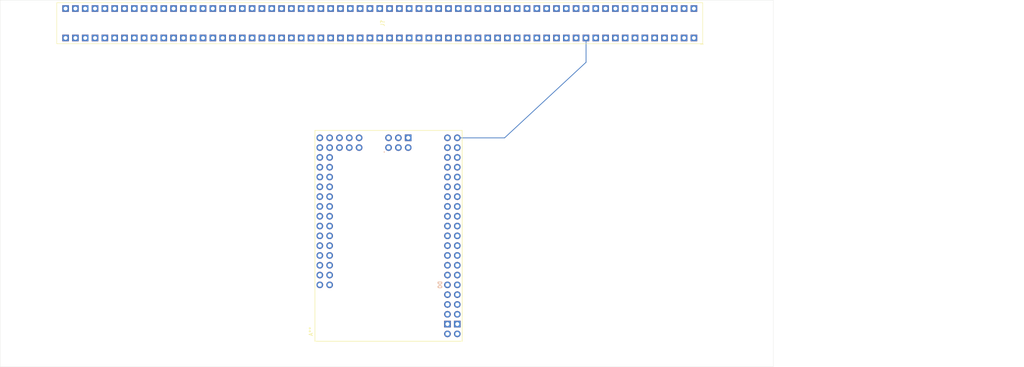
<source format=kicad_pcb>
(kicad_pcb (version 20240108) (generator "pcbnew") (generator_version "8.0")
  (layers (0 "F.Cu" signal) (31 "B.Cu" signal) (34 "B.Paste" user) (35 "F.Paste" user) (36 "B.SilkS" user "B.Silkscreen") (37 "F.SilkS" user "F.Silkscreen") (38 "B.Mask" user) (39 "F.Mask" user) (44 "Edge.Cuts" user))
  (net 0 "")
  (footprint "Loc_circuit:PinSocket_2x65_P2.54mm_Row7.62mm" (layer "F.Cu") (at 229.5 56 90)
    (property "Reference" "J?" (at 0 -80.55 90) (layer "F.SilkS"))
    (property "Value" "PinSocket_2x65")
    (fp_line (start -5.31 -164.83) (end 5.31 -164.83) (stroke (width 0.12)) (layer "F.SilkS"))
    (fp_line (start 5.31 2.27) (end 5.31 -164.83) (stroke (width 0.12)) (layer "F.SilkS"))
    (fp_line (start -5.31 2.27) (end -5.31 -164.83) (stroke (width 0.12)) (layer "F.SilkS"))
    (fp_line (start -5.31 2.27) (end 5.31 2.27) (stroke (width 0.12)) (layer "F.SilkS"))
    (fp_line (start -5.41 2.47) (end -5.41 1.67) (stroke (width 0.12)) (layer "F.SilkS"))
    (pad "000" thru_hole rect (at -3.81 0 90) (size 1.7 1.7) (drill 1) (layers "*.Cu" "*.Mask"))
    (pad "001" thru_hole rect (at 3.81 0 90) (size 1.7 1.7) (drill 1) (layers "*.Cu" "*.Mask"))
    (pad "002" thru_hole rect (at -3.81 -2.54 90) (size 1.7 1.7) (drill 1) (layers "*.Cu" "*.Mask"))
    (pad "003" thru_hole rect (at 3.81 -2.54 90) (size 1.7 1.7) (drill 1) (layers "*.Cu" "*.Mask"))
    (pad "004" thru_hole rect (at -3.81 -5.08 90) (size 1.7 1.7) (drill 1) (layers "*.Cu" "*.Mask"))
    (pad "005" thru_hole rect (at 3.81 -5.08 90) (size 1.7 1.7) (drill 1) (layers "*.Cu" "*.Mask"))
    (pad "006" thru_hole rect (at -3.81 -7.62 90) (size 1.7 1.7) (drill 1) (layers "*.Cu" "*.Mask"))
    (pad "007" thru_hole rect (at 3.81 -7.62 90) (size 1.7 1.7) (drill 1) (layers "*.Cu" "*.Mask"))
    (pad "008" thru_hole rect (at -3.81 -10.16 90) (size 1.7 1.7) (drill 1) (layers "*.Cu" "*.Mask"))
    (pad "009" thru_hole rect (at 3.81 -10.16 90) (size 1.7 1.7) (drill 1) (layers "*.Cu" "*.Mask"))
    (pad "010" thru_hole rect (at -3.81 -12.7 90) (size 1.7 1.7) (drill 1) (layers "*.Cu" "*.Mask"))
    (pad "011" thru_hole rect (at 3.81 -12.7 90) (size 1.7 1.7) (drill 1) (layers "*.Cu" "*.Mask"))
    (pad "012" thru_hole rect (at -3.81 -15.24 90) (size 1.7 1.7) (drill 1) (layers "*.Cu" "*.Mask"))
    (pad "013" thru_hole rect (at 3.81 -15.24 90) (size 1.7 1.7) (drill 1) (layers "*.Cu" "*.Mask"))
    (pad "014" thru_hole rect (at -3.81 -17.78 90) (size 1.7 1.7) (drill 1) (layers "*.Cu" "*.Mask"))
    (pad "015" thru_hole rect (at 3.81 -17.78 90) (size 1.7 1.7) (drill 1) (layers "*.Cu" "*.Mask"))
    (pad "016" thru_hole rect (at -3.81 -20.32 90) (size 1.7 1.7) (drill 1) (layers "*.Cu" "*.Mask"))
    (pad "017" thru_hole rect (at 3.81 -20.32 90) (size 1.7 1.7) (drill 1) (layers "*.Cu" "*.Mask"))
    (pad "018" thru_hole rect (at -3.81 -22.86 90) (size 1.7 1.7) (drill 1) (layers "*.Cu" "*.Mask"))
    (pad "019" thru_hole rect (at 3.81 -22.86 90) (size 1.7 1.7) (drill 1) (layers "*.Cu" "*.Mask"))
    (pad "020" thru_hole rect (at -3.81 -25.4 90) (size 1.7 1.7) (drill 1) (layers "*.Cu" "*.Mask"))
    (pad "021" thru_hole rect (at 3.81 -25.4 90) (size 1.7 1.7) (drill 1) (layers "*.Cu" "*.Mask"))
    (pad "022" thru_hole rect (at -3.81 -27.94 90) (size 1.7 1.7) (drill 1) (layers "*.Cu" "*.Mask"))
    (pad "023" thru_hole rect (at 3.81 -27.94 90) (size 1.7 1.7) (drill 1) (layers "*.Cu" "*.Mask"))
    (pad "024" thru_hole rect (at -3.81 -30.48 90) (size 1.7 1.7) (drill 1) (layers "*.Cu" "*.Mask"))
    (pad "025" thru_hole rect (at 3.81 -30.48 90) (size 1.7 1.7) (drill 1) (layers "*.Cu" "*.Mask"))
    (pad "026" thru_hole rect (at -3.81 -33.02 90) (size 1.7 1.7) (drill 1) (layers "*.Cu" "*.Mask"))
    (pad "027" thru_hole rect (at 3.81 -33.02 90) (size 1.7 1.7) (drill 1) (layers "*.Cu" "*.Mask"))
    (pad "028" thru_hole rect (at -3.81 -35.56 90) (size 1.7 1.7) (drill 1) (layers "*.Cu" "*.Mask"))
    (pad "029" thru_hole rect (at 3.81 -35.56 90) (size 1.7 1.7) (drill 1) (layers "*.Cu" "*.Mask"))
    (pad "030" thru_hole rect (at -3.81 -38.1 90) (size 1.7 1.7) (drill 1) (layers "*.Cu" "*.Mask"))
    (pad "031" thru_hole rect (at 3.81 -38.1 90) (size 1.7 1.7) (drill 1) (layers "*.Cu" "*.Mask"))
    (pad "032" thru_hole rect (at -3.81 -40.64 90) (size 1.7 1.7) (drill 1) (layers "*.Cu" "*.Mask"))
    (pad "033" thru_hole rect (at 3.81 -40.64 90) (size 1.7 1.7) (drill 1) (layers "*.Cu" "*.Mask"))
    (pad "034" thru_hole rect (at -3.81 -43.18 90) (size 1.7 1.7) (drill 1) (layers "*.Cu" "*.Mask"))
    (pad "035" thru_hole rect (at 3.81 -43.18 90) (size 1.7 1.7) (drill 1) (layers "*.Cu" "*.Mask"))
    (pad "036" thru_hole rect (at -3.81 -45.72 90) (size 1.7 1.7) (drill 1) (layers "*.Cu" "*.Mask"))
    (pad "037" thru_hole rect (at 3.81 -45.72 90) (size 1.7 1.7) (drill 1) (layers "*.Cu" "*.Mask"))
    (pad "038" thru_hole rect (at -3.81 -48.26 90) (size 1.7 1.7) (drill 1) (layers "*.Cu" "*.Mask"))
    (pad "039" thru_hole rect (at 3.81 -48.26 90) (size 1.7 1.7) (drill 1) (layers "*.Cu" "*.Mask"))
    (pad "040" thru_hole rect (at -3.81 -50.8 90) (size 1.7 1.7) (drill 1) (layers "*.Cu" "*.Mask"))
    (pad "041" thru_hole rect (at 3.81 -50.8 90) (size 1.7 1.7) (drill 1) (layers "*.Cu" "*.Mask"))
    (pad "042" thru_hole rect (at -3.81 -53.34 90) (size 1.7 1.7) (drill 1) (layers "*.Cu" "*.Mask"))
    (pad "043" thru_hole rect (at 3.81 -53.34 90) (size 1.7 1.7) (drill 1) (layers "*.Cu" "*.Mask"))
    (pad "044" thru_hole rect (at -3.81 -55.88 90) (size 1.7 1.7) (drill 1) (layers "*.Cu" "*.Mask"))
    (pad "045" thru_hole rect (at 3.81 -55.88 90) (size 1.7 1.7) (drill 1) (layers "*.Cu" "*.Mask"))
    (pad "046" thru_hole rect (at -3.81 -58.42 90) (size 1.7 1.7) (drill 1) (layers "*.Cu" "*.Mask"))
    (pad "047" thru_hole rect (at 3.81 -58.42 90) (size 1.7 1.7) (drill 1) (layers "*.Cu" "*.Mask"))
    (pad "048" thru_hole rect (at -3.81 -60.96 90) (size 1.7 1.7) (drill 1) (layers "*.Cu" "*.Mask"))
    (pad "049" thru_hole rect (at 3.81 -60.96 90) (size 1.7 1.7) (drill 1) (layers "*.Cu" "*.Mask"))
    (pad "050" thru_hole rect (at -3.81 -63.5 90) (size 1.7 1.7) (drill 1) (layers "*.Cu" "*.Mask"))
    (pad "051" thru_hole rect (at 3.81 -63.5 90) (size 1.7 1.7) (drill 1) (layers "*.Cu" "*.Mask"))
    (pad "052" thru_hole rect (at -3.81 -66.04 90) (size 1.7 1.7) (drill 1) (layers "*.Cu" "*.Mask"))
    (pad "053" thru_hole rect (at 3.81 -66.04 90) (size 1.7 1.7) (drill 1) (layers "*.Cu" "*.Mask"))
    (pad "054" thru_hole rect (at -3.81 -68.58 90) (size 1.7 1.7) (drill 1) (layers "*.Cu" "*.Mask"))
    (pad "055" thru_hole rect (at 3.81 -68.58 90) (size 1.7 1.7) (drill 1) (layers "*.Cu" "*.Mask"))
    (pad "056" thru_hole rect (at -3.81 -71.12 90) (size 1.7 1.7) (drill 1) (layers "*.Cu" "*.Mask"))
    (pad "057" thru_hole rect (at 3.81 -71.12 90) (size 1.7 1.7) (drill 1) (layers "*.Cu" "*.Mask"))
    (pad "058" thru_hole rect (at -3.81 -73.66 90) (size 1.7 1.7) (drill 1) (layers "*.Cu" "*.Mask"))
    (pad "059" thru_hole rect (at 3.81 -73.66 90) (size 1.7 1.7) (drill 1) (layers "*.Cu" "*.Mask"))
    (pad "060" thru_hole rect (at -3.81 -76.2 90) (size 1.7 1.7) (drill 1) (layers "*.Cu" "*.Mask"))
    (pad "061" thru_hole rect (at 3.81 -76.2 90) (size 1.7 1.7) (drill 1) (layers "*.Cu" "*.Mask"))
    (pad "062" thru_hole rect (at -3.81 -78.74 90) (size 1.7 1.7) (drill 1) (layers "*.Cu" "*.Mask"))
    (pad "063" thru_hole rect (at 3.81 -78.74 90) (size 1.7 1.7) (drill 1) (layers "*.Cu" "*.Mask"))
    (pad "064" thru_hole rect (at -3.81 -81.28 90) (size 1.7 1.7) (drill 1) (layers "*.Cu" "*.Mask"))
    (pad "065" thru_hole rect (at 3.81 -81.28 90) (size 1.7 1.7) (drill 1) (layers "*.Cu" "*.Mask"))
    (pad "066" thru_hole rect (at -3.81 -83.82 90) (size 1.7 1.7) (drill 1) (layers "*.Cu" "*.Mask"))
    (pad "067" thru_hole rect (at 3.81 -83.82 90) (size 1.7 1.7) (drill 1) (layers "*.Cu" "*.Mask"))
    (pad "068" thru_hole rect (at -3.81 -86.36 90) (size 1.7 1.7) (drill 1) (layers "*.Cu" "*.Mask"))
    (pad "069" thru_hole rect (at 3.81 -86.36 90) (size 1.7 1.7) (drill 1) (layers "*.Cu" "*.Mask"))
    (pad "070" thru_hole rect (at -3.81 -88.9 90) (size 1.7 1.7) (drill 1) (layers "*.Cu" "*.Mask"))
    (pad "071" thru_hole rect (at 3.81 -88.9 90) (size 1.7 1.7) (drill 1) (layers "*.Cu" "*.Mask"))
    (pad "072" thru_hole rect (at -3.81 -91.44 90) (size 1.7 1.7) (drill 1) (layers "*.Cu" "*.Mask"))
    (pad "073" thru_hole rect (at 3.81 -91.44 90) (size 1.7 1.7) (drill 1) (layers "*.Cu" "*.Mask"))
    (pad "074" thru_hole rect (at -3.81 -93.98 90) (size 1.7 1.7) (drill 1) (layers "*.Cu" "*.Mask"))
    (pad "075" thru_hole rect (at 3.81 -93.98 90) (size 1.7 1.7) (drill 1) (layers "*.Cu" "*.Mask"))
    (pad "076" thru_hole rect (at -3.81 -96.52 90) (size 1.7 1.7) (drill 1) (layers "*.Cu" "*.Mask"))
    (pad "077" thru_hole rect (at 3.81 -96.52 90) (size 1.7 1.7) (drill 1) (layers "*.Cu" "*.Mask"))
    (pad "078" thru_hole rect (at -3.81 -99.06 90) (size 1.7 1.7) (drill 1) (layers "*.Cu" "*.Mask"))
    (pad "079" thru_hole rect (at 3.81 -99.06 90) (size 1.7 1.7) (drill 1) (layers "*.Cu" "*.Mask"))
    (pad "080" thru_hole rect (at -3.81 -101.6 90) (size 1.7 1.7) (drill 1) (layers "*.Cu" "*.Mask"))
    (pad "081" thru_hole rect (at 3.81 -101.6 90) (size 1.7 1.7) (drill 1) (layers "*.Cu" "*.Mask"))
    (pad "082" thru_hole rect (at -3.81 -104.14 90) (size 1.7 1.7) (drill 1) (layers "*.Cu" "*.Mask"))
    (pad "083" thru_hole rect (at 3.81 -104.14 90) (size 1.7 1.7) (drill 1) (layers "*.Cu" "*.Mask"))
    (pad "084" thru_hole rect (at -3.81 -106.68 90) (size 1.7 1.7) (drill 1) (layers "*.Cu" "*.Mask"))
    (pad "085" thru_hole rect (at 3.81 -106.68 90) (size 1.7 1.7) (drill 1) (layers "*.Cu" "*.Mask"))
    (pad "086" thru_hole rect (at -3.81 -109.22 90) (size 1.7 1.7) (drill 1) (layers "*.Cu" "*.Mask"))
    (pad "087" thru_hole rect (at 3.81 -109.22 90) (size 1.7 1.7) (drill 1) (layers "*.Cu" "*.Mask"))
    (pad "088" thru_hole rect (at -3.81 -111.76 90) (size 1.7 1.7) (drill 1) (layers "*.Cu" "*.Mask"))
    (pad "089" thru_hole rect (at 3.81 -111.76 90) (size 1.7 1.7) (drill 1) (layers "*.Cu" "*.Mask"))
    (pad "090" thru_hole rect (at -3.81 -114.3 90) (size 1.7 1.7) (drill 1) (layers "*.Cu" "*.Mask"))
    (pad "091" thru_hole rect (at 3.81 -114.3 90) (size 1.7 1.7) (drill 1) (layers "*.Cu" "*.Mask"))
    (pad "092" thru_hole rect (at -3.81 -116.84 90) (size 1.7 1.7) (drill 1) (layers "*.Cu" "*.Mask"))
    (pad "093" thru_hole rect (at 3.81 -116.84 90) (size 1.7 1.7) (drill 1) (layers "*.Cu" "*.Mask"))
    (pad "094" thru_hole rect (at -3.81 -119.38 90) (size 1.7 1.7) (drill 1) (layers "*.Cu" "*.Mask"))
    (pad "095" thru_hole rect (at 3.81 -119.38 90) (size 1.7 1.7) (drill 1) (layers "*.Cu" "*.Mask"))
    (pad "096" thru_hole rect (at -3.81 -121.92 90) (size 1.7 1.7) (drill 1) (layers "*.Cu" "*.Mask"))
    (pad "097" thru_hole rect (at 3.81 -121.92 90) (size 1.7 1.7) (drill 1) (layers "*.Cu" "*.Mask"))
    (pad "098" thru_hole rect (at -3.81 -124.46 90) (size 1.7 1.7) (drill 1) (layers "*.Cu" "*.Mask"))
    (pad "099" thru_hole rect (at 3.81 -124.46 90) (size 1.7 1.7) (drill 1) (layers "*.Cu" "*.Mask"))
    (pad "100" thru_hole rect (at -3.81 -127 90) (size 1.7 1.7) (drill 1) (layers "*.Cu" "*.Mask"))
    (pad "101" thru_hole rect (at 3.81 -127 90) (size 1.7 1.7) (drill 1) (layers "*.Cu" "*.Mask"))
    (pad "102" thru_hole rect (at -3.81 -129.54 90) (size 1.7 1.7) (drill 1) (layers "*.Cu" "*.Mask"))
    (pad "103" thru_hole rect (at 3.81 -129.54 90) (size 1.7 1.7) (drill 1) (layers "*.Cu" "*.Mask"))
    (pad "104" thru_hole rect (at -3.81 -132.08 90) (size 1.7 1.7) (drill 1) (layers "*.Cu" "*.Mask"))
    (pad "105" thru_hole rect (at 3.81 -132.08 90) (size 1.7 1.7) (drill 1) (layers "*.Cu" "*.Mask"))
    (pad "106" thru_hole rect (at -3.81 -134.62 90) (size 1.7 1.7) (drill 1) (layers "*.Cu" "*.Mask"))
    (pad "107" thru_hole rect (at 3.81 -134.62 90) (size 1.7 1.7) (drill 1) (layers "*.Cu" "*.Mask"))
    (pad "108" thru_hole rect (at -3.81 -137.16 90) (size 1.7 1.7) (drill 1) (layers "*.Cu" "*.Mask"))
    (pad "109" thru_hole rect (at 3.81 -137.16 90) (size 1.7 1.7) (drill 1) (layers "*.Cu" "*.Mask"))
    (pad "110" thru_hole rect (at -3.81 -139.7 90) (size 1.7 1.7) (drill 1) (layers "*.Cu" "*.Mask"))
    (pad "111" thru_hole rect (at 3.81 -139.7 90) (size 1.7 1.7) (drill 1) (layers "*.Cu" "*.Mask"))
    (pad "112" thru_hole rect (at -3.81 -142.24 90) (size 1.7 1.7) (drill 1) (layers "*.Cu" "*.Mask"))
    (pad "113" thru_hole rect (at 3.81 -142.24 90) (size 1.7 1.7) (drill 1) (layers "*.Cu" "*.Mask"))
    (pad "114" thru_hole rect (at -3.81 -144.78 90) (size 1.7 1.7) (drill 1) (layers "*.Cu" "*.Mask"))
    (pad "115" thru_hole rect (at 3.81 -144.78 90) (size 1.7 1.7) (drill 1) (layers "*.Cu" "*.Mask"))
    (pad "116" thru_hole rect (at -3.81 -147.32 90) (size 1.7 1.7) (drill 1) (layers "*.Cu" "*.Mask"))
    (pad "117" thru_hole rect (at 3.81 -147.32 90) (size 1.7 1.7) (drill 1) (layers "*.Cu" "*.Mask"))
    (pad "118" thru_hole rect (at -3.81 -149.86 90) (size 1.7 1.7) (drill 1) (layers "*.Cu" "*.Mask"))
    (pad "119" thru_hole rect (at 3.81 -149.86 90) (size 1.7 1.7) (drill 1) (layers "*.Cu" "*.Mask"))
    (pad "120" thru_hole rect (at -3.81 -152.4 90) (size 1.7 1.7) (drill 1) (layers "*.Cu" "*.Mask"))
    (pad "121" thru_hole rect (at 3.81 -152.4 90) (size 1.7 1.7) (drill 1) (layers "*.Cu" "*.Mask"))
    (pad "122" thru_hole rect (at -3.81 -154.94 90) (size 1.7 1.7) (drill 1) (layers "*.Cu" "*.Mask"))
    (pad "123" thru_hole rect (at 3.81 -154.94 90) (size 1.7 1.7) (drill 1) (layers "*.Cu" "*.Mask"))
    (pad "124" thru_hole rect (at -3.81 -157.48 90) (size 1.7 1.7) (drill 1) (layers "*.Cu" "*.Mask"))
    (pad "125" thru_hole rect (at 3.81 -157.48 90) (size 1.7 1.7) (drill 1) (layers "*.Cu" "*.Mask"))
    (pad "126" thru_hole rect (at -3.81 -160.02 90) (size 1.7 1.7) (drill 1) (layers "*.Cu" "*.Mask"))
    (pad "127" thru_hole rect (at 3.81 -160.02 90) (size 1.7 1.7) (drill 1) (layers "*.Cu" "*.Mask"))
    (pad "128" thru_hole rect (at -3.81 -162.56 90) (size 1.7 1.7) (drill 1) (layers "*.Cu" "*.Mask"))
    (pad "129" thru_hole rect (at 3.81 -162.56 90) (size 1.7 1.7) (drill 1) (layers "*.Cu" "*.Mask"))
  )
  (footprint "Loc_circuit:Clone_Mega2560_Pro_Socket" (layer "F.Cu") (at 131.45 138.379 90)
    (property "Reference" "A**" (at 2.54 -1.016 90) (layer "F.SilkS"))
    (property "Value" "Clone_Mega2560_Pro_Socket")
    (fp_line (start 54.61 0) (end 54.61 38.1) (stroke (width 0.15)) (layer "F.SilkS"))
    (fp_line (start 0 0) (end 54.61 0) (stroke (width 0.15)) (layer "F.SilkS"))
    (fp_line (start 0 0) (end 0 38.1) (stroke (width 0.15)) (layer "F.SilkS"))
    (fp_line (start 0 38.1) (end 54.61 38.1) (stroke (width 0.15)) (layer "F.SilkS"))
    (fp_text user "." (at 49.022 17.526 90) (layer "B.SilkS"))
    (fp_text user "D0" (at 14.605 32.385 90) (layer "B.SilkS") (effects (justify mirror)))
    (fp_text user "D0" (at 14.605 32.385 90) (layer "F.SilkS"))
    (fp_text user "." (at 49.022 17.526 90) (layer "F.SilkS"))
    (pad "" np_thru_hole circle (at 13.5382 8.382 90) (size 3.2 3.2) (drill 3.2) (layers "F&B.Cu" "*.Mask"))
    (pad "" np_thru_hole circle (at 51.562 15.24 90) (size 3.2 3.2) (drill 3.2) (layers "F&B.Cu" "*.Mask"))
    (pad "3V31" thru_hole oval (at 9.525 34.29 90) (size 1.7272 1.7272) (drill 1.016) (layers "*.Cu" "*.Mask"))
    (pad "3V32" thru_hole oval (at 9.525 36.83 90) (size 1.7272 1.7272) (drill 1.016) (layers "*.Cu" "*.Mask"))
    (pad "5V1" thru_hole oval (at 6.985 34.29 90) (size 1.7272 1.7272) (drill 1.016) (layers "*.Cu" "*.Mask"))
    (pad "5V2" thru_hole oval (at 52.705 19.05 90) (size 1.7272 1.7272) (drill 1.016) (layers "*.Cu" "*.Mask"))
    (pad "5V3" thru_hole oval (at 6.985 36.83 90) (size 1.7272 1.7272) (drill 1.016) (layers "*.Cu" "*.Mask"))
    (pad "A0" thru_hole oval (at 14.605 1.27 90) (size 1.7272 1.7272) (drill 1.016) (layers "*.Cu" "*.Mask"))
    (pad "A1" thru_hole oval (at 14.605 3.81 90) (size 1.7272 1.7272) (drill 1.016) (layers "*.Cu" "*.Mask"))
    (pad "A2" thru_hole oval (at 17.145 1.27 90) (size 1.7272 1.7272) (drill 1.016) (layers "*.Cu" "*.Mask"))
    (pad "A3" thru_hole oval (at 17.145 3.81 90) (size 1.7272 1.7272) (drill 1.016) (layers "*.Cu" "*.Mask"))
    (pad "A4" thru_hole oval (at 19.685 1.27 90) (size 1.7272 1.7272) (drill 1.016) (layers "*.Cu" "*.Mask"))
    (pad "A5" thru_hole oval (at 19.685 3.81 90) (size 1.7272 1.7272) (drill 1.016) (layers "*.Cu" "*.Mask"))
    (pad "A6" thru_hole oval (at 22.225 1.27 90) (size 1.7272 1.7272) (drill 1.016) (layers "*.Cu" "*.Mask"))
    (pad "A7" thru_hole oval (at 22.225 3.81 90) (size 1.7272 1.7272) (drill 1.016) (layers "*.Cu" "*.Mask"))
    (pad "A8" thru_hole oval (at 24.765 1.27 90) (size 1.7272 1.7272) (drill 1.016) (layers "*.Cu" "*.Mask"))
    (pad "A9" thru_hole oval (at 24.765 3.81 90) (size 1.7272 1.7272) (drill 1.016) (layers "*.Cu" "*.Mask"))
    (pad "A10" thru_hole oval (at 27.305 1.27 90) (size 1.7272 1.7272) (drill 1.016) (layers "*.Cu" "*.Mask"))
    (pad "A11" thru_hole oval (at 27.305 3.81 90) (size 1.7272 1.7272) (drill 1.016) (layers "*.Cu" "*.Mask"))
    (pad "A12" thru_hole oval (at 29.845 1.27 90) (size 1.7272 1.7272) (drill 1.016) (layers "*.Cu" "*.Mask"))
    (pad "A13" thru_hole oval (at 29.845 3.81 90) (size 1.7272 1.7272) (drill 1.016) (layers "*.Cu" "*.Mask"))
    (pad "A14" thru_hole oval (at 32.385 1.27 90) (size 1.7272 1.7272) (drill 1.016) (layers "*.Cu" "*.Mask"))
    (pad "A15" thru_hole oval (at 32.385 3.81 90) (size 1.7272 1.7272) (drill 1.016) (layers "*.Cu" "*.Mask"))
    (pad "AREF" thru_hole oval (at 12.065 34.29 90) (size 1.7272 1.7272) (drill 1.016) (layers "*.Cu" "*.Mask"))
    (pad "D0" thru_hole oval (at 14.605 34.29 90) (size 1.7272 1.7272) (drill 1.016) (layers "*.Cu" "*.Mask"))
    (pad "D1" thru_hole oval (at 14.605 36.83 90) (size 1.7272 1.7272) (drill 1.016) (layers "*.Cu" "*.Mask"))
    (pad "D2" thru_hole oval (at 17.145 34.29 90) (size 1.7272 1.7272) (drill 1.016) (layers "*.Cu" "*.Mask"))
    (pad "D3" thru_hole oval (at 17.145 36.83 90) (size 1.7272 1.7272) (drill 1.016) (layers "*.Cu" "*.Mask"))
    (pad "D4" thru_hole oval (at 19.685 34.29 90) (size 1.7272 1.7272) (drill 1.016) (layers "*.Cu" "*.Mask"))
    (pad "D5" thru_hole oval (at 19.685 36.83 90) (size 1.7272 1.7272) (drill 1.016) (layers "*.Cu" "*.Mask"))
    (pad "D6" thru_hole oval (at 22.225 34.29 90) (size 1.7272 1.7272) (drill 1.016) (layers "*.Cu" "*.Mask"))
    (pad "D7" thru_hole oval (at 22.225 36.83 90) (size 1.7272 1.7272) (drill 1.016) (layers "*.Cu" "*.Mask"))
    (pad "D8" thru_hole oval (at 24.765 34.29 90) (size 1.7272 1.7272) (drill 1.016) (layers "*.Cu" "*.Mask"))
    (pad "D9" thru_hole oval (at 24.765 36.83 90) (size 1.7272 1.7272) (drill 1.016) (layers "*.Cu" "*.Mask"))
    (pad "D10" thru_hole oval (at 27.305 34.29 90) (size 1.7272 1.7272) (drill 1.016) (layers "*.Cu" "*.Mask"))
    (pad "D11" thru_hole oval (at 27.305 36.83 90) (size 1.7272 1.7272) (drill 1.016) (layers "*.Cu" "*.Mask"))
    (pad "D12" thru_hole oval (at 29.845 34.29 90) (size 1.7272 1.7272) (drill 1.016) (layers "*.Cu" "*.Mask"))
    (pad "D13" thru_hole oval (at 29.845 36.83 90) (size 1.7272 1.7272) (drill 1.016) (layers "*.Cu" "*.Mask"))
    (pad "D14" thru_hole oval (at 32.385 34.29 90) (size 1.7272 1.7272) (drill 1.016) (layers "*.Cu" "*.Mask"))
    (pad "D15" thru_hole oval (at 32.385 36.83 90) (size 1.7272 1.7272) (drill 1.016) (layers "*.Cu" "*.Mask"))
    (pad "D16" thru_hole oval (at 34.925 34.29 90) (size 1.7272 1.7272) (drill 1.016) (layers "*.Cu" "*.Mask"))
    (pad "D17" thru_hole oval (at 34.925 36.83 90) (size 1.7272 1.7272) (drill 1.016) (layers "*.Cu" "*.Mask"))
    (pad "D18" thru_hole oval (at 37.465 34.29 90) (size 1.7272 1.7272) (drill 1.016) (layers "*.Cu" "*.Mask"))
    (pad "D19" thru_hole oval (at 37.465 36.83 90) (size 1.7272 1.7272) (drill 1.016) (layers "*.Cu" "*.Mask"))
    (pad "D20" thru_hole oval (at 40.005 34.29 90) (size 1.7272 1.7272) (drill 1.016) (layers "*.Cu" "*.Mask"))
    (pad "D21" thru_hole oval (at 40.005 36.83 90) (size 1.7272 1.7272) (drill 1.016) (layers "*.Cu" "*.Mask"))
    (pad "D22" thru_hole oval (at 42.545 34.29 90) (size 1.7272 1.7272) (drill 1.016) (layers "*.Cu" "*.Mask"))
    (pad "D23" thru_hole oval (at 42.545 36.83 90) (size 1.7272 1.7272) (drill 1.016) (layers "*.Cu" "*.Mask"))
    (pad "D24" thru_hole oval (at 45.085 34.29 90) (size 1.7272 1.7272) (drill 1.016) (layers "*.Cu" "*.Mask"))
    (pad "D25" thru_hole oval (at 45.085 36.83 90) (size 1.7272 1.7272) (drill 1.016) (layers "*.Cu" "*.Mask"))
    (pad "D26" thru_hole oval (at 47.625 34.29 90) (size 1.7272 1.7272) (drill 1.016) (layers "*.Cu" "*.Mask"))
    (pad "D27" thru_hole oval (at 47.625 36.83 90) (size 1.7272 1.7272) (drill 1.016) (layers "*.Cu" "*.Mask"))
    (pad "D28" thru_hole oval (at 50.165 34.29 90) (size 1.7272 1.7272) (drill 1.016) (layers "*.Cu" "*.Mask"))
    (pad "D29" thru_hole oval (at 50.165 36.83 90) (size 1.7272 1.7272) (drill 1.016) (layers "*.Cu" "*.Mask"))
    (pad "D30" thru_hole oval (at 52.705 34.29 90) (size 1.7272 1.7272) (drill 1.016) (layers "*.Cu" "*.Mask"))
    (pad "D31" thru_hole oval (at 52.705 36.83 90) (size 1.7272 1.7272) (drill 1.016) (layers "*.Cu" "*.Mask"))
    (pad "D32" thru_hole oval (at 34.925 1.27 90) (size 1.7272 1.7272) (drill 1.016) (layers "*.Cu" "*.Mask"))
    (pad "D33" thru_hole oval (at 34.925 3.81 90) (size 1.7272 1.7272) (drill 1.016) (layers "*.Cu" "*.Mask"))
    (pad "D34" thru_hole oval (at 37.465 1.27 90) (size 1.7272 1.7272) (drill 1.016) (layers "*.Cu" "*.Mask"))
    (pad "D35" thru_hole oval (at 37.465 3.81 90) (size 1.7272 1.7272) (drill 1.016) (layers "*.Cu" "*.Mask"))
    (pad "D36" thru_hole oval (at 40.005 1.27 90) (size 1.7272 1.7272) (drill 1.016) (layers "*.Cu" "*.Mask"))
    (pad "D37" thru_hole oval (at 40.005 3.81 90) (size 1.7272 1.7272) (drill 1.016) (layers "*.Cu" "*.Mask"))
    (pad "D38" thru_hole oval (at 42.545 1.27 90) (size 1.7272 1.7272) (drill 1.016) (layers "*.Cu" "*.Mask"))
    (pad "D39" thru_hole oval (at 42.545 3.81 90) (size 1.7272 1.7272) (drill 1.016) (layers "*.Cu" "*.Mask"))
    (pad "D40" thru_hole oval (at 45.085 1.27 90) (size 1.7272 1.7272) (drill 1.016) (layers "*.Cu" "*.Mask"))
    (pad "D41" thru_hole oval (at 45.085 3.81 90) (size 1.7272 1.7272) (drill 1.016) (layers "*.Cu" "*.Mask"))
    (pad "D42" thru_hole oval (at 47.625 1.27 90) (size 1.7272 1.7272) (drill 1.016) (layers "*.Cu" "*.Mask"))
    (pad "D43" thru_hole oval (at 47.625 3.81 90) (size 1.7272 1.7272) (drill 1.016) (layers "*.Cu" "*.Mask"))
    (pad "D44" thru_hole oval (at 50.165 1.27 90) (size 1.7272 1.7272) (drill 1.016) (layers "*.Cu" "*.Mask"))
    (pad "D45" thru_hole oval (at 50.165 3.81 90) (size 1.7272 1.7272) (drill 1.016) (layers "*.Cu" "*.Mask"))
    (pad "D46" thru_hole oval (at 52.705 1.27 90) (size 1.7272 1.7272) (drill 1.016) (layers "*.Cu" "*.Mask"))
    (pad "D47" thru_hole oval (at 52.705 3.81 90) (size 1.7272 1.7272) (drill 1.016) (layers "*.Cu" "*.Mask"))
    (pad "D48" thru_hole oval (at 52.705 6.35 90) (size 1.7272 1.7272) (drill 1.016) (layers "*.Cu" "*.Mask"))
    (pad "D49" thru_hole oval (at 50.165 6.35 90) (size 1.7272 1.7272) (drill 1.016) (layers "*.Cu" "*.Mask"))
    (pad "D50" thru_hole oval (at 52.705 8.89 90) (size 1.7272 1.7272) (drill 1.016) (layers "*.Cu" "*.Mask"))
    (pad "D51" thru_hole oval (at 50.165 8.89 90) (size 1.7272 1.7272) (drill 1.016) (layers "*.Cu" "*.Mask"))
    (pad "D52" thru_hole oval (at 52.705 11.43 90) (size 1.7272 1.7272) (drill 1.016) (layers "*.Cu" "*.Mask"))
    (pad "D53" thru_hole oval (at 50.165 11.43 90) (size 1.7272 1.7272) (drill 1.016) (layers "*.Cu" "*.Mask"))
    (pad "GND1" thru_hole rect (at 4.445 34.29 90) (size 1.7272 1.7272) (drill 1.016) (layers "*.Cu" "*.Mask"))
    (pad "GND2" thru_hole rect (at 4.445 36.83 90) (size 1.7272 1.7272) (drill 1.016) (layers "*.Cu" "*.Mask"))
    (pad "GND4" thru_hole rect (at 52.705 24.13 90) (size 1.7272 1.7272) (drill 1.016) (layers "*.Cu" "*.Mask"))
    (pad "MISO" thru_hole oval (at 50.165 19.05 90) (size 1.7272 1.7272) (drill 1.016) (layers "*.Cu" "*.Mask"))
    (pad "MOSI" thru_hole oval (at 52.705 21.59 90) (size 1.7272 1.7272) (drill 1.016) (layers "*.Cu" "*.Mask"))
    (pad "RST1" thru_hole oval (at 12.065 36.83 90) (size 1.7272 1.7272) (drill 1.016) (layers "*.Cu" "*.Mask"))
    (pad "RST2" thru_hole oval (at 50.165 24.13 90) (size 1.7272 1.7272) (drill 1.016) (layers "*.Cu" "*.Mask"))
    (pad "SCK" thru_hole oval (at 50.165 21.59 90) (size 1.7272 1.7272) (drill 1.016) (layers "*.Cu" "*.Mask"))
    (pad "VIN1" thru_hole oval (at 1.905 34.29 90) (size 1.7272 1.7272) (drill 1.016) (layers "*.Cu" "*.Mask"))
    (pad "VIN2" thru_hole oval (at 1.905 36.83 90) (size 1.7272 1.7272) (drill 1.016) (layers "*.Cu" "*.Mask"))
  )
  (gr_line (start 168.3 85.7) (end 180.5 85.7) (stroke (width 0.2)) (layer "B.Cu"))
  (gr_line (start 180.5 85.7) (end 201.6 66.1) (stroke (width 0.2)) (layer "B.Cu"))
  (gr_line (start 201.6 66.1) (end 201.6 59.9) (stroke (width 0.2)) (layer "B.Cu"))
  (gr_line (start 250 145) (end 50 145) (stroke (width 0.05)) (layer "Edge.Cuts"))
  (gr_line (start 50 145) (end 50 50) (stroke (width 0.05)) (layer "Edge.Cuts"))
  (gr_line (start 50 50) (end 250 50) (stroke (width 0.05)) (layer "Edge.Cuts"))
  (gr_line (start 250 50) (end 250 145) (stroke (width 0.05)) (layer "Edge.Cuts"))
)
</source>
